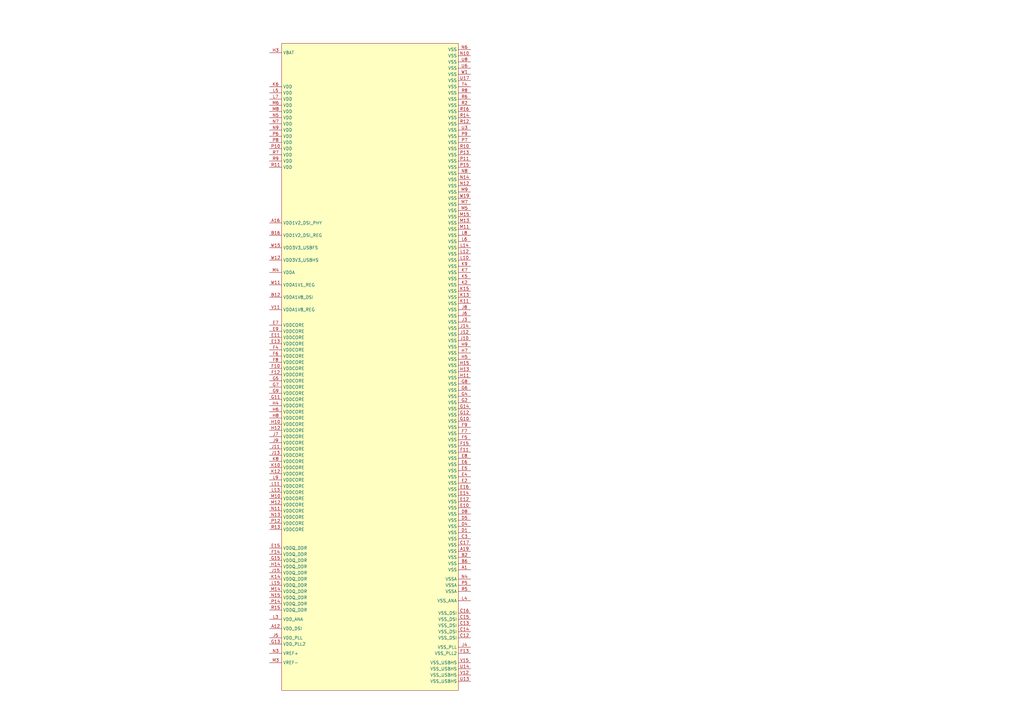
<source format=kicad_sch>
(kicad_sch (version 20250114) (generator "eeschema") (generator_version "9.0")
  (paper "A3")
  (lib_symbols
    (symbol "New_Library:STM32MP157FABx"
      (symbol "STM32MP157FABx_1_1"
        (rectangle (start -22.86 109.22) (end 49.53 -156.21) (fill (type background)))
        (pin power_in line (at -27.94 105.41 0) (length 5.08) (name "VBAT") (number "H3"))
        (pin power_in line (at -27.94 91.44 0) (length 5.08) (name "VDD") (number "K6"))
        (pin power_in line (at -27.94 88.9 0) (length 5.08) (name "VDD") (number "L5"))
        (pin power_in line (at -27.94 86.36 0) (length 5.08) (name "VDD") (number "L7"))
        (pin power_in line (at -27.94 83.82 0) (length 5.08) (name "VDD") (number "M6"))
        (pin power_in line (at -27.94 81.28 0) (length 5.08) (name "VDD") (number "M8"))
        (pin power_in line (at -27.94 78.74 0) (length 5.08) (name "VDD") (number "N5"))
        (pin power_in line (at -27.94 76.2 0) (length 5.08) (name "VDD") (number "N7"))
        (pin power_in line (at -27.94 73.66 0) (length 5.08) (name "VDD") (number "N9"))
        (pin power_in line (at -27.94 71.12 0) (length 5.08) (name "VDD") (number "P6"))
        (pin power_in line (at -27.94 68.58 0) (length 5.08) (name "VDD") (number "P8"))
        (pin power_in line (at -27.94 66.04 0) (length 5.08) (name "VDD") (number "P10"))
        (pin power_in line (at -27.94 63.5 0) (length 5.08) (name "VDD") (number "R7"))
        (pin power_in line (at -27.94 60.96 0) (length 5.08) (name "VDD") (number "R9"))
        (pin power_in line (at -27.94 58.42 0) (length 5.08) (name "VDD") (number "R11"))
        (pin power_in line (at -27.94 35.56 0) (length 5.08) (name "VDD1V2_DSI_PHY") (number "A16"))
        (pin power_in line (at -27.94 30.48 0) (length 5.08) (name "VDD1V2_DSI_REG") (number "B16"))
        (pin power_in line (at -27.94 25.4 0) (length 5.08) (name "VDD3V3_USBFS") (number "W15"))
        (pin power_in line (at -27.94 20.32 0) (length 5.08) (name "VDD3V3_USBHS") (number "W12"))
        (pin power_in line (at -27.94 15.24 0) (length 5.08) (name "VDDA") (number "M4"))
        (pin power_in line (at -27.94 10.16 0) (length 5.08) (name "VDDA1V1_REG") (number "W11"))
        (pin power_in line (at -27.94 5.08 0) (length 5.08) (name "VDDA1V8_DSI") (number "B12"))
        (pin power_in line (at -27.94 0 0) (length 5.08) (name "VDDA1V8_REG") (number "V11"))
        (pin power_in line (at -27.94 -6.35 0) (length 5.08) (name "VDDCORE") (number "E7"))
        (pin power_in line (at -27.94 -8.89 0) (length 5.08) (name "VDDCORE") (number "E9"))
        (pin power_in line (at -27.94 -11.43 0) (length 5.08) (name "VDDCORE") (number "E11"))
        (pin power_in line (at -27.94 -13.97 0) (length 5.08) (name "VDDCORE") (number "E13"))
        (pin power_in line (at -27.94 -16.51 0) (length 5.08) (name "VDDCORE") (number "F4"))
        (pin power_in line (at -27.94 -19.05 0) (length 5.08) (name "VDDCORE") (number "F6"))
        (pin power_in line (at -27.94 -21.59 0) (length 5.08) (name "VDDCORE") (number "F8"))
        (pin power_in line (at -27.94 -24.13 0) (length 5.08) (name "VDDCORE") (number "F10"))
        (pin power_in line (at -27.94 -26.67 0) (length 5.08) (name "VDDCORE") (number "F12"))
        (pin power_in line (at -27.94 -29.21 0) (length 5.08) (name "VDDCORE") (number "G5"))
        (pin power_in line (at -27.94 -31.75 0) (length 5.08) (name "VDDCORE") (number "G7"))
        (pin power_in line (at -27.94 -34.29 0) (length 5.08) (name "VDDCORE") (number "G9"))
        (pin power_in line (at -27.94 -36.83 0) (length 5.08) (name "VDDCORE") (number "G11"))
        (pin power_in line (at -27.94 -39.37 0) (length 5.08) (name "VDDCORE") (number "H4"))
        (pin power_in line (at -27.94 -41.91 0) (length 5.08) (name "VDDCORE") (number "H6"))
        (pin power_in line (at -27.94 -44.45 0) (length 5.08) (name "VDDCORE") (number "H8"))
        (pin power_in line (at -27.94 -46.99 0) (length 5.08) (name "VDDCORE") (number "H10"))
        (pin power_in line (at -27.94 -49.53 0) (length 5.08) (name "VDDCORE") (number "H12"))
        (pin power_in line (at -27.94 -52.07 0) (length 5.08) (name "VDDCORE") (number "J7"))
        (pin power_in line (at -27.94 -54.61 0) (length 5.08) (name "VDDCORE") (number "J9"))
        (pin power_in line (at -27.94 -57.15 0) (length 5.08) (name "VDDCORE") (number "J11"))
        (pin power_in line (at -27.94 -59.69 0) (length 5.08) (name "VDDCORE") (number "J13"))
        (pin power_in line (at -27.94 -62.23 0) (length 5.08) (name "VDDCORE") (number "K8"))
        (pin power_in line (at -27.94 -64.77 0) (length 5.08) (name "VDDCORE") (number "K10"))
        (pin power_in line (at -27.94 -67.31 0) (length 5.08) (name "VDDCORE") (number "K12"))
        (pin power_in line (at -27.94 -69.85 0) (length 5.08) (name "VDDCORE") (number "L9"))
        (pin power_in line (at -27.94 -72.39 0) (length 5.08) (name "VDDCORE") (number "L11"))
        (pin power_in line (at -27.94 -74.93 0) (length 5.08) (name "VDDCORE") (number "L13"))
        (pin power_in line (at -27.94 -77.47 0) (length 5.08) (name "VDDCORE") (number "M10"))
        (pin power_in line (at -27.94 -80.01 0) (length 5.08) (name "VDDCORE") (number "M12"))
        (pin power_in line (at -27.94 -82.55 0) (length 5.08) (name "VDDCORE") (number "N11"))
        (pin power_in line (at -27.94 -85.09 0) (length 5.08) (name "VDDCORE") (number "N13"))
        (pin power_in line (at -27.94 -87.63 0) (length 5.08) (name "VDDCORE") (number "P12"))
        (pin power_in line (at -27.94 -90.17 0) (length 5.08) (name "VDDCORE") (number "R13"))
        (pin power_in line (at -27.94 -97.79 0) (length 5.08) (name "VDDQ_DDR") (number "E15"))
        (pin power_in line (at -27.94 -100.33 0) (length 5.08) (name "VDDQ_DDR") (number "F14"))
        (pin power_in line (at -27.94 -102.87 0) (length 5.08) (name "VDDQ_DDR") (number "G15"))
        (pin power_in line (at -27.94 -105.41 0) (length 5.08) (name "VDDQ_DDR") (number "H14"))
        (pin power_in line (at -27.94 -107.95 0) (length 5.08) (name "VDDQ_DDR") (number "J15"))
        (pin power_in line (at -27.94 -110.49 0) (length 5.08) (name "VDDQ_DDR") (number "K14"))
        (pin power_in line (at -27.94 -113.03 0) (length 5.08) (name "VDDQ_DDR") (number "L15"))
        (pin power_in line (at -27.94 -115.57 0) (length 5.08) (name "VDDQ_DDR") (number "M14"))
        (pin power_in line (at -27.94 -118.11 0) (length 5.08) (name "VDDQ_DDR") (number "N15"))
        (pin power_in line (at -27.94 -120.65 0) (length 5.08) (name "VDDQ_DDR") (number "P14"))
        (pin power_in line (at -27.94 -123.19 0) (length 5.08) (name "VDDQ_DDR") (number "R15"))
        (pin power_in line (at -27.94 -127 0) (length 5.08) (name "VDD_ANA") (number "L3"))
        (pin power_in line (at -27.94 -130.81 0) (length 5.08) (name "VDD_DSI") (number "A12"))
        (pin power_in line (at -27.94 -134.62 0) (length 5.08) (name "VDD_PLL") (number "J5"))
        (pin power_in line (at -27.94 -137.16 0) (length 5.08) (name "VDD_PLL2") (number "G13"))
        (pin input line (at -27.94 -140.97 0) (length 5.08) (name "VREF+") (number "N3"))
        (pin input line (at -27.94 -144.78 0) (length 5.08) (name "VREF-") (number "M3"))
        (pin passive line (at 54.61 106.68 180) (length 5.08) (name "VSS") (number "N6"))
        (pin passive line (at 54.61 104.14 180) (length 5.08) (name "VSS") (number "N10"))
        (pin passive line (at 54.61 101.6 180) (length 5.08) (name "VSS") (number "U8"))
        (pin passive line (at 54.61 99.06 180) (length 5.08) (name "VSS") (number "U6"))
        (pin passive line (at 54.61 96.52 180) (length 5.08) (name "VSS") (number "W1"))
        (pin passive line (at 54.61 93.98 180) (length 5.08) (name "VSS") (number "U17"))
        (pin passive line (at 54.61 91.44 180) (length 5.08) (name "VSS") (number "T4"))
        (pin passive line (at 54.61 88.9 180) (length 5.08) (name "VSS") (number "R8"))
        (pin passive line (at 54.61 86.36 180) (length 5.08) (name "VSS") (number "R6"))
        (pin passive line (at 54.61 83.82 180) (length 5.08) (name "VSS") (number "R2"))
        (pin passive line (at 54.61 81.28 180) (length 5.08) (name "VSS") (number "R16"))
        (pin passive line (at 54.61 78.74 180) (length 5.08) (name "VSS") (number "R14"))
        (pin passive line (at 54.61 76.2 180) (length 5.08) (name "VSS") (number "R12"))
        (pin passive line (at 54.61 73.66 180) (length 5.08) (name "VSS") (number "U3"))
        (pin passive line (at 54.61 71.12 180) (length 5.08) (name "VSS") (number "P9"))
        (pin passive line (at 54.61 68.58 180) (length 5.08) (name "VSS") (number "P7"))
        (pin passive line (at 54.61 66.04 180) (length 5.08) (name "VSS") (number "R10"))
        (pin passive line (at 54.61 63.5 180) (length 5.08) (name "VSS") (number "P13"))
        (pin passive line (at 54.61 60.96 180) (length 5.08) (name "VSS") (number "P11"))
        (pin passive line (at 54.61 58.42 180) (length 5.08) (name "VSS") (number "P15"))
        (pin passive line (at 54.61 55.88 180) (length 5.08) (name "VSS") (number "N8"))
        (pin passive line (at 54.61 53.34 180) (length 5.08) (name "VSS") (number "N14"))
        (pin passive line (at 54.61 50.8 180) (length 5.08) (name "VSS") (number "N12"))
        (pin passive line (at 54.61 48.26 180) (length 5.08) (name "VSS") (number "M9"))
        (pin passive line (at 54.61 45.72 180) (length 5.08) (name "VSS") (number "W19"))
        (pin passive line (at 54.61 43.18 180) (length 5.08) (name "VSS") (number "M7"))
        (pin passive line (at 54.61 40.64 180) (length 5.08) (name "VSS") (number "M5"))
        (pin passive line (at 54.61 38.1 180) (length 5.08) (name "VSS") (number "M15"))
        (pin passive line (at 54.61 35.56 180) (length 5.08) (name "VSS") (number "M13"))
        (pin passive line (at 54.61 33.02 180) (length 5.08) (name "VSS") (number "M11"))
        (pin passive line (at 54.61 30.48 180) (length 5.08) (name "VSS") (number "L8"))
        (pin passive line (at 54.61 27.94 180) (length 5.08) (name "VSS") (number "L6"))
        (pin passive line (at 54.61 25.4 180) (length 5.08) (name "VSS") (number "L14"))
        (pin passive line (at 54.61 22.86 180) (length 5.08) (name "VSS") (number "L12"))
        (pin passive line (at 54.61 20.32 180) (length 5.08) (name "VSS") (number "L10"))
        (pin passive line (at 54.61 17.78 180) (length 5.08) (name "VSS") (number "K9"))
        (pin passive line (at 54.61 15.24 180) (length 5.08) (name "VSS") (number "K7"))
        (pin passive line (at 54.61 12.7 180) (length 5.08) (name "VSS") (number "K5"))
        (pin passive line (at 54.61 10.16 180) (length 5.08) (name "VSS") (number "K2"))
        (pin passive line (at 54.61 7.62 180) (length 5.08) (name "VSS") (number "K15"))
        (pin passive line (at 54.61 5.08 180) (length 5.08) (name "VSS") (number "K13"))
        (pin passive line (at 54.61 2.54 180) (length 5.08) (name "VSS") (number "K11"))
        (pin passive line (at 54.61 0 180) (length 5.08) (name "VSS") (number "J8"))
        (pin passive line (at 54.61 -2.54 180) (length 5.08) (name "VSS") (number "J6"))
        (pin passive line (at 54.61 -5.08 180) (length 5.08) (name "VSS") (number "J3"))
        (pin passive line (at 54.61 -7.62 180) (length 5.08) (name "VSS") (number "J14"))
        (pin passive line (at 54.61 -10.16 180) (length 5.08) (name "VSS") (number "J12"))
        (pin passive line (at 54.61 -12.7 180) (length 5.08) (name "VSS") (number "J10"))
        (pin passive line (at 54.61 -15.24 180) (length 5.08) (name "VSS") (number "H9"))
        (pin passive line (at 54.61 -17.78 180) (length 5.08) (name "VSS") (number "H7"))
        (pin passive line (at 54.61 -20.32 180) (length 5.08) (name "VSS") (number "H5"))
        (pin passive line (at 54.61 -22.86 180) (length 5.08) (name "VSS") (number "H15"))
        (pin passive line (at 54.61 -25.4 180) (length 5.08) (name "VSS") (number "H13"))
        (pin passive line (at 54.61 -27.94 180) (length 5.08) (name "VSS") (number "H11"))
        (pin passive line (at 54.61 -30.48 180) (length 5.08) (name "VSS") (number "G8"))
        (pin passive line (at 54.61 -33.02 180) (length 5.08) (name "VSS") (number "G6"))
        (pin passive line (at 54.61 -35.56 180) (length 5.08) (name "VSS") (number "G4"))
        (pin passive line (at 54.61 -38.1 180) (length 5.08) (name "VSS") (number "G2"))
        (pin passive line (at 54.61 -40.64 180) (length 5.08) (name "VSS") (number "G14"))
        (pin passive line (at 54.61 -43.18 180) (length 5.08) (name "VSS") (number "G12"))
        (pin passive line (at 54.61 -45.72 180) (length 5.08) (name "VSS") (number "G10"))
        (pin passive line (at 54.61 -48.26 180) (length 5.08) (name "VSS") (number "F9"))
        (pin passive line (at 54.61 -50.8 180) (length 5.08) (name "VSS") (number "F7"))
        (pin passive line (at 54.61 -53.34 180) (length 5.08) (name "VSS") (number "F5"))
        (pin passive line (at 54.61 -55.88 180) (length 5.08) (name "VSS") (number "F15"))
        (pin passive line (at 54.61 -58.42 180) (length 5.08) (name "VSS") (number "F11"))
        (pin passive line (at 54.61 -60.96 180) (length 5.08) (name "VSS") (number "E8"))
        (pin passive line (at 54.61 -63.5 180) (length 5.08) (name "VSS") (number "E6"))
        (pin passive line (at 54.61 -66.04 180) (length 5.08) (name "VSS") (number "E5"))
        (pin passive line (at 54.61 -68.58 180) (length 5.08) (name "VSS") (number "E4"))
        (pin passive line (at 54.61 -71.12 180) (length 5.08) (name "VSS") (number "E2"))
        (pin passive line (at 54.61 -73.66 180) (length 5.08) (name "VSS") (number "E16"))
        (pin passive line (at 54.61 -76.2 180) (length 5.08) (name "VSS") (number "E14"))
        (pin passive line (at 54.61 -78.74 180) (length 5.08) (name "VSS") (number "E12"))
        (pin passive line (at 54.61 -81.28 180) (length 5.08) (name "VSS") (number "E10"))
        (pin passive line (at 54.61 -83.82 180) (length 5.08) (name "VSS") (number "D8"))
        (pin passive line (at 54.61 -86.36 180) (length 5.08) (name "VSS") (number "D5"))
        (pin passive line (at 54.61 -88.9 180) (length 5.08) (name "VSS") (number "D4"))
        (pin passive line (at 54.61 -91.44 180) (length 5.08) (name "VSS") (number "D1"))
        (pin passive line (at 54.61 -93.98 180) (length 5.08) (name "VSS") (number "C3"))
        (pin passive line (at 54.61 -96.52 180) (length 5.08) (name "VSS") (number "C17"))
        (pin passive line (at 54.61 -99.06 180) (length 5.08) (name "VSS") (number "A19"))
        (pin passive line (at 54.61 -101.6 180) (length 5.08) (name "VSS") (number "B2"))
        (pin passive line (at 54.61 -104.14 180) (length 5.08) (name "VSS") (number "B6"))
        (pin power_in line (at 54.61 -106.68 180) (length 5.08) (name "VSS") (number "A1"))
        (pin power_in line (at 54.61 -110.49 180) (length 5.08) (name "VSSA") (number "N4"))
        (pin passive line (at 54.61 -113.03 180) (length 5.08) (name "VSSA") (number "P5"))
        (pin passive line (at 54.61 -115.57 180) (length 5.08) (name "VSSA") (number "R5"))
        (pin power_in line (at 54.61 -119.38 180) (length 5.08) (name "VSS_ANA") (number "L4"))
        (pin passive line (at 54.61 -124.46 180) (length 5.08) (name "VSS_DSI") (number "C16"))
        (pin passive line (at 54.61 -127 180) (length 5.08) (name "VSS_DSI") (number "C15"))
        (pin passive line (at 54.61 -129.54 180) (length 5.08) (name "VSS_DSI") (number "C13"))
        (pin passive line (at 54.61 -132.08 180) (length 5.08) (name "VSS_DSI") (number "C14"))
        (pin power_in line (at 54.61 -134.62 180) (length 5.08) (name "VSS_DSI") (number "C12"))
        (pin power_in line (at 54.61 -138.43 180) (length 5.08) (name "VSS_PLL") (number "J4"))
        (pin power_in line (at 54.61 -140.97 180) (length 5.08) (name "VSS_PLL2") (number "F13"))
        (pin passive line (at 54.61 -144.78 180) (length 5.08) (name "VSS_USBHS") (number "V15"))
        (pin passive line (at 54.61 -147.32 180) (length 5.08) (name "VSS_USBHS") (number "U14"))
        (pin passive line (at 54.61 -149.86 180) (length 5.08) (name "VSS_USBHS") (number "V12"))
        (pin power_in line (at 54.61 -152.4 180) (length 5.08) (name "VSS_USBHS") (number "U13"))
      )
      (symbol "STM32MP157FABx_2_1"
        (rectangle (start -8.89 46.99) (end 63.5 -52.07) (fill (type background)))
        (pin bidirectional line (at -13.97 39.37 0) (length 5.08) (name "DDR_BA0") (number "G19"))
        (pin bidirectional line (at -13.97 36.83 0) (length 5.08) (name "DDR_BA1") (number "N17"))
        (pin bidirectional line (at -13.97 34.29 0) (length 5.08) (name "DDR_BA2") (number "J16"))
        (pin bidirectional line (at -13.97 30.48 0) (length 5.08) (name "DDR_DQM0") (number "C18"))
        (pin bidirectional line (at -13.97 27.94 0) (length 5.08) (name "DDR_DQM1") (number "U18"))
        (pin bidirectional line (at -13.97 19.05 0) (length 5.08) (name "DDR_DQS0N") (number "B19"))
        (pin bidirectional line (at -13.97 16.51 0) (length 5.08) (name "DDR_DQS0P") (number "C19"))
        (pin bidirectional line (at -13.97 13.97 0) (length 5.08) (name "DDR_DQS1N") (number "T19"))
        (pin bidirectional line (at -13.97 11.43 0) (length 5.08) (name "DDR_DQS1P") (number "U19"))
        (pin bidirectional line (at -13.97 5.08 0) (length 5.08) (name "DDR_DQ0") (number "A17"))
        (pin bidirectional line (at -13.97 2.54 0) (length 5.08) (name "DDR_DQ1") (number "A18"))
        (pin bidirectional line (at -13.97 0 0) (length 5.08) (name "DDR_DQ2") (number "D18"))
        (pin bidirectional line (at -13.97 -2.54 0) (length 5.08) (name "DDR_DQ3") (number "B17"))
        (pin bidirectional line (at -13.97 -5.08 0) (length 5.08) (name "DDR_DQ4") (number "E18"))
        (pin bidirectional line (at -13.97 -7.62 0) (length 5.08) (name "DDR_DQ5") (number "D17"))
        (pin bidirectional line (at -13.97 -10.16 0) (length 5.08) (name "DDR_DQ6") (number "D19"))
        (pin bidirectional line (at -13.97 -12.7 0) (length 5.08) (name "DDR_DQ7") (number "B18"))
        (pin bidirectional line (at -13.97 -15.24 0) (length 5.08) (name "DDR_DQ8") (number "P18"))
        (pin bidirectional line (at -13.97 -17.78 0) (length 5.08) (name "DDR_DQ9") (number "T17"))
        (pin bidirectional line (at -13.97 -20.32 0) (length 5.08) (name "DDR_DQ10") (number "R18"))
        (pin bidirectional line (at -13.97 -22.86 0) (length 5.08) (name "DDR_DQ11") (number "V19"))
        (pin bidirectional line (at -13.97 -25.4 0) (length 5.08) (name "DDR_DQ12") (number "W18"))
        (pin bidirectional line (at -13.97 -27.94 0) (length 5.08) (name "DDR_DQ13") (number "T18"))
        (pin bidirectional line (at -13.97 -30.48 0) (length 5.08) (name "DDR_DQ14") (number "V18"))
        (pin bidirectional line (at -13.97 -33.02 0) (length 5.08) (name "DDR_DQ15") (number "W17"))
        (pin bidirectional line (at 68.58 39.37 180) (length 5.08) (name "DDR_CLKP") (number "L19"))
        (pin bidirectional line (at 68.58 36.83 180) (length 5.08) (name "DDR_CLKN") (number "K19"))
        (pin bidirectional line (at 68.58 30.48 180) (length 5.08) (name "DDR_A0") (number "H18"))
        (pin bidirectional line (at 68.58 27.94 180) (length 5.08) (name "DDR_A1") (number "M17"))
        (pin bidirectional line (at 68.58 25.4 180) (length 5.08) (name "DDR_A2") (number "G18"))
        (pin bidirectional line (at 68.58 22.86 180) (length 5.08) (name "DDR_A3") (number "F19"))
        (pin bidirectional line (at 68.58 20.32 180) (length 5.08) (name "DDR_A4") (number "P17"))
        (pin bidirectional line (at 68.58 17.78 180) (length 5.08) (name "DDR_A5") (number "H17"))
        (pin bidirectional line (at 68.58 15.24 180) (length 5.08) (name "DDR_A6") (number "N16"))
        (pin bidirectional line (at 68.58 12.7 180) (length 5.08) (name "DDR_A7") (number "E17"))
        (pin bidirectional line (at 68.58 10.16 180) (length 5.08) (name "DDR_A8") (number "R17"))
        (pin bidirectional line (at 68.58 7.62 180) (length 5.08) (name "DDR_A9") (number "G17"))
        (pin bidirectional line (at 68.58 5.08 180) (length 5.08) (name "DDR_A10") (number "M19"))
        (pin bidirectional line (at 68.58 2.54 180) (length 5.08) (name "DDR_A11") (number "M18"))
        (pin bidirectional line (at 68.58 0 180) (length 5.08) (name "DDR_A12") (number "L17"))
        (pin bidirectional line (at 68.58 -2.54 180) (length 5.08) (name "DDR_A13") (number "F17"))
        (pin bidirectional line (at 68.58 -5.08 180) (length 5.08) (name "DDR_A14") (number "N18"))
        (pin bidirectional line (at 68.58 -7.62 180) (length 5.08) (name "DDR_A15") (number "L16"))
        (pin bidirectional line (at 68.58 -12.7 180) (length 5.08) (name "DDR_RASN") (number "L18"))
        (pin bidirectional line (at 68.58 -15.24 180) (length 5.08) (name "DDR_CASN") (number "K17"))
        (pin bidirectional line (at 68.58 -17.78 180) (length 5.08) (name "DDR_CSN") (number "J18"))
        (pin bidirectional line (at 68.58 -20.32 180) (length 5.08) (name "DDR_CKE") (number "P19"))
        (pin bidirectional line (at 68.58 -22.86 180) (length 5.08) (name "DDR_WEN") (number "J17"))
        (pin bidirectional line (at 68.58 -25.4 180) (length 5.08) (name "DDR_ODT") (number "H19"))
        (pin bidirectional line (at 68.58 -31.75 180) (length 5.08) (name "DDR_RESETN") (number "G16"))
        (pin bidirectional line (at 68.58 -35.56 180) (length 5.08) (name "DDR_VREF") (number "W16"))
        (pin bidirectional line (at 68.58 -39.37 180) (length 5.08) (name "DDR_ZQ") (number "F18"))
        (pin bidirectional line (at 68.58 -43.18 180) (length 5.08) (name "DDR_ATO") (number "N19"))
        (pin bidirectional line (at 68.58 -45.72 180) (length 5.08) (name "DDR_DTO1") (number "J19"))
        (pin bidirectional line (at 68.58 -48.26 180) (length 5.08) (name "DDR_DTO0") (number "K18"))
      )
      (symbol "STM32MP157FABx_3_1"
        (rectangle (start -12.7 43.18) (end 34.29 -46.99) (fill (type background)))
        (pin bidirectional line (at -17.78 39.37 0) (length 5.08) (name "PA0") (number "R3"))
        (pin bidirectional line (at -17.78 36.83 0) (length 5.08) (name "PA1") (number "U4"))
        (pin bidirectional line (at -17.78 34.29 0) (length 5.08) (name "PA2") (number "W2"))
        (pin bidirectional line (at -17.78 31.75 0) (length 5.08) (name "PA3") (number "P3"))
        (pin bidirectional line (at -17.78 29.21 0) (length 5.08) (name "PA4") (number "R4"))
        (pin bidirectional line (at -17.78 26.67 0) (length 5.08) (name "PA5") (number "P4"))
        (pin bidirectional line (at -17.78 24.13 0) (length 5.08) (name "PA6") (number "T5"))
        (pin bidirectional line (at -17.78 21.59 0) (length 5.08) (name "PA7") (number "T6"))
        (pin bidirectional line (at -17.78 19.05 0) (length 5.08) (name "PA8") (number "B8"))
        (pin bidirectional line (at -17.78 16.51 0) (length 5.08) (name "PA9") (number "C8"))
        (pin bidirectional line (at -17.78 13.97 0) (length 5.08) (name "PA10") (number "T16"))
        (pin bidirectional line (at -17.78 11.43 0) (length 5.08) (name "PA11") (number "V17"))
        (pin bidirectional line (at -17.78 8.89 0) (length 5.08) (name "PA12") (number "U16"))
        (pin bidirectional line (at -17.78 6.35 0) (length 5.08) (name "PA13") (number "P2"))
        (pin bidirectional line (at -17.78 3.81 0) (length 5.08) (name "PA14") (number "R1"))
        (pin bidirectional line (at -17.78 1.27 0) (length 5.08) (name "PA15") (number "C7"))
        (pin bidirectional line (at -17.78 -3.81 0) (length 5.08) (name "PB0") (number "W3"))
        (pin bidirectional line (at -17.78 -6.35 0) (length 5.08) (name "PB1") (number "V3"))
        (pin bidirectional line (at -17.78 -8.89 0) (length 5.08) (name "PB2") (number "T13"))
        (pin bidirectional line (at -17.78 -11.43 0) (length 5.08) (name "PB3") (number "A7"))
        (pin bidirectional line (at -17.78 -13.97 0) (length 5.08) (name "PB4") (number "B9"))
        (pin bidirectional line (at -17.78 -16.51 0) (length 5.08) (name "PB5") (number "T8"))
        (pin bidirectional line (at -17.78 -19.05 0) (length 5.08) (name "PB6") (number "T12"))
        (pin bidirectional line (at -17.78 -21.59 0) (length 5.08) (name "PB7") (number "B5"))
        (pin bidirectional line (at -17.78 -24.13 0) (length 5.08) (name "PB8") (number "W6"))
        (pin bidirectional line (at -17.78 -26.67 0) (length 5.08) (name "PB9") (number "D9"))
        (pin bidirectional line (at -17.78 -29.21 0) (length 5.08) (name "PB10") (number "W5"))
        (pin bidirectional line (at -17.78 -31.75 0) (length 5.08) (name "PB11") (number "V1"))
        (pin bidirectional line (at -17.78 -34.29 0) (length 5.08) (name "PB12") (number "V5"))
        (pin bidirectional line (at -17.78 -36.83 0) (length 5.08) (name "PB13") (number "T9"))
        (pin bidirectional line (at -17.78 -39.37 0) (length 5.08) (name "PB14") (number "C9"))
        (pin bidirectional line (at -17.78 -41.91 0) (length 5.08) (name "PB15") (number "A8"))
        (pin bidirectional line (at 39.37 39.37 180) (length 5.08) (name "PC0") (number "T7"))
        (pin bidirectional line (at 39.37 36.83 180) (length 5.08) (name "PC1") (number "V2"))
        (pin bidirectional line (at 39.37 34.29 180) (length 5.08) (name "PC2") (number "T2"))
        (pin bidirectional line (at 39.37 31.75 180) (length 5.08) (name "PC3") (number "T3"))
        (pin bidirectional line (at 39.37 29.21 180) (length 5.08) (name "PC4") (number "W4"))
        (pin bidirectional line (at 39.37 26.67 180) (length 5.08) (name "PC5") (number "V4"))
        (pin bidirectional line (at 39.37 24.13 180) (length 5.08) (name "PC6") (number "D10"))
        (pin bidirectional line (at 39.37 21.59 180) (length 5.08) (name "PC7") (number "A9"))
        (pin bidirectional line (at 39.37 19.05 180) (length 5.08) (name "PC8") (number "C11"))
        (pin bidirectional line (at 39.37 16.51 180) (length 5.08) (name "PC9") (number "A10"))
        (pin bidirectional line (at 39.37 13.97 180) (length 5.08) (name "PC10") (number "D11"))
        (pin bidirectional line (at 39.37 11.43 180) (length 5.08) (name "PC11") (number "A11"))
        (pin bidirectional line (at 39.37 8.89 180) (length 5.08) (name "PC12") (number "C10"))
        (pin bidirectional line (at 39.37 6.35 180) (length 5.08) (name "PC13") (number "K3"))
        (pin bidirectional line (at 39.37 3.81 180) (length 5.08) (name "PC14") (number "H1"))
        (pin bidirectional line (at 39.37 1.27 180) (length 5.08) (name "PC15") (number "H2"))
        (pin bidirectional line (at 39.37 -3.81 180) (length 5.08) (name "PD0") (number "A3"))
        (pin bidirectional line (at 39.37 -6.35 180) (length 5.08) (name "PD1") (number "A4"))
        (pin bidirectional line (at 39.37 -8.89 180) (length 5.08) (name "PD2") (number "B10"))
        (pin bidirectional line (at 39.37 -11.43 180) (length 5.08) (name "PD3") (number "C6"))
        (pin bidirectional line (at 39.37 -13.97 180) (length 5.08) (name "PD4") (number "D6"))
        (pin bidirectional line (at 39.37 -16.51 180) (length 5.08) (name "PD5") (number "D7"))
        (pin bidirectional line (at 39.37 -19.05 180) (length 5.08) (name "PD6") (number "E3"))
        (pin bidirectional line (at 39.37 -21.59 180) (length 5.08) (name "PD7") (number "B4"))
        (pin bidirectional line (at 39.37 -24.13 180) (length 5.08) (name "PD8") (number "F2"))
        (pin bidirectional line (at 39.37 -26.67 180) (length 5.08) (name "PD9") (number "G3"))
        (pin bidirectional line (at 39.37 -29.21 180) (length 5.08) (name "PD10") (number "C5"))
        (pin bidirectional line (at 39.37 -31.75 180) (length 5.08) (name "PD11") (number "V8"))
        (pin bidirectional line (at 39.37 -34.29 180) (length 5.08) (name "PD12") (number "U11"))
        (pin bidirectional line (at 39.37 -36.83 180) (length 5.08) (name "PD13") (number "U12"))
        (pin bidirectional line (at 39.37 -39.37 180) (length 5.08) (name "PD14") (number "F3"))
        (pin bidirectional line (at 39.37 -41.91 180) (length 5.08) (name "PD15") (number "G1"))
      )
      (symbol "STM32MP157FABx_4_1"
        (rectangle (start 10.16 44.45) (end 44.45 -1.27) (fill (type background)))
        (pin bidirectional line (at 5.08 41.91 0) (length 5.08) (name "PE0") (number "C4"))
        (pin bidirectional line (at 5.08 39.37 0) (length 5.08) (name "PE1") (number "B1"))
        (pin bidirectional line (at 5.08 36.83 0) (length 5.08) (name "PE2") (number "T1"))
        (pin bidirectional line (at 5.08 34.29 0) (length 5.08) (name "PE3") (number "A5"))
        (pin bidirectional line (at 5.08 31.75 0) (length 5.08) (name "PE4") (number "B11"))
        (pin bidirectional line (at 5.08 29.21 0) (length 5.08) (name "PE5") (number "B7"))
        (pin bidirectional line (at 5.08 26.67 0) (length 5.08) (name "PE6") (number "B3"))
        (pin bidirectional line (at 5.08 24.13 0) (length 5.08) (name "PE7") (number "T10"))
        (pin bidirectional line (at 5.08 21.59 0) (length 5.08) (name "PE8") (number "T11"))
        (pin bidirectional line (at 5.08 19.05 0) (length 5.08) (name "PE9") (number "W7"))
        (pin bidirectional line (at 5.08 16.51 0) (length 5.08) (name "PE10") (number "V10"))
        (pin bidirectional line (at 5.08 13.97 0) (length 5.08) (name "PE11") (number "C1"))
        (pin bidirectional line (at 5.08 11.43 0) (length 5.08) (name "PE12") (number "D2"))
        (pin bidirectional line (at 5.08 8.89 0) (length 5.08) (name "PE13") (number "C2"))
        (pin bidirectional line (at 5.08 6.35 0) (length 5.08) (name "PE14") (number "D3"))
        (pin bidirectional line (at 5.08 3.81 0) (length 5.08) (name "PE15") (number "E1"))
        (pin bidirectional line (at 49.53 41.91 180) (length 5.08) (name "PF6") (number "V9"))
        (pin bidirectional line (at 49.53 39.37 180) (length 5.08) (name "PF7") (number "W8"))
        (pin bidirectional line (at 49.53 36.83 180) (length 5.08) (name "PF8") (number "U10"))
        (pin bidirectional line (at 49.53 34.29 180) (length 5.08) (name "PF9") (number "W9"))
        (pin bidirectional line (at 49.53 31.75 180) (length 5.08) (name "PF10") (number "U9"))
        (pin bidirectional line (at 49.53 29.21 180) (length 5.08) (name "PF11") (number "U5"))
        (pin bidirectional line (at 49.53 24.13 180) (length 5.08) (name "PG6") (number "A6"))
        (pin bidirectional line (at 49.53 21.59 180) (length 5.08) (name "PG7") (number "W10"))
        (pin bidirectional line (at 49.53 19.05 180) (length 5.08) (name "PG8") (number "U7"))
        (pin bidirectional line (at 49.53 16.51 180) (length 5.08) (name "PG9") (number "T14"))
        (pin bidirectional line (at 49.53 13.97 180) (length 5.08) (name "PG10") (number "V7"))
        (pin bidirectional line (at 49.53 11.43 180) (length 5.08) (name "PG11") (number "V6"))
        (pin bidirectional line (at 49.53 8.89 180) (length 5.08) (name "PG12") (number "F1"))
        (pin bidirectional line (at 49.53 6.35 180) (length 5.08) (name "PG13") (number "U2"))
        (pin bidirectional line (at 49.53 3.81 180) (length 5.08) (name "PG14") (number "U1"))
        (pin bidirectional line (at 49.53 1.27 180) (length 5.08) (name "PG15") (number "A2"))
      )
      (symbol "STM32MP157FABx_5_1"
        (rectangle (start -16.51 11.43) (end 12.7 -24.13) (fill (type background)))
        (pin input line (at -21.59 7.62 0) (length 5.08) (name "BOOT0") (number "K1"))
        (pin input line (at -21.59 5.08 0) (length 5.08) (name "BOOT1") (number "K4"))
        (pin input line (at -21.59 2.54 0) (length 5.08) (name "BOOT2") (number "L2"))
        (pin output line (at -21.59 -1.27 0) (length 5.08) (name "PWR_LP") (number "P1"))
        (pin output line (at -21.59 -3.81 0) (length 5.08) (name "PWR_ON") (number "L1"))
        (pin input line (at -21.59 -8.89 0) (length 5.08) (name "NRST") (number "J1"))
        (pin input line (at -21.59 -11.43 0) (length 5.08) (name "NRST_CORE") (number "J2"))
        (pin bidirectional line (at -21.59 -15.24 0) (length 5.08) (name "BYPASS_REG1V8") (number "T15"))
        (pin bidirectional line (at -21.59 -17.78 0) (length 5.08) (name "PDR_ON") (number "N2"))
        (pin bidirectional line (at -21.59 -20.32 0) (length 5.08) (name "PDR_ON_CORE") (number "N1"))
        (pin bidirectional line (at 17.78 7.62 180) (length 5.08) (name "PH0") (number "M1"))
        (pin bidirectional line (at 17.78 5.08 180) (length 5.08) (name "PH1") (number "M2"))
        (pin bidirectional line (at 17.78 -1.27 180) (length 5.08) (name "NJTRST") (number "D12"))
        (pin bidirectional line (at 17.78 -3.81 180) (length 5.08) (name "JTMS") (number "D15"))
        (pin bidirectional line (at 17.78 -6.35 180) (length 5.08) (name "JTDO") (number "D14"))
        (pin bidirectional line (at 17.78 -8.89 180) (length 5.08) (name "JTDI") (number "D13"))
        (pin bidirectional line (at 17.78 -11.43 180) (length 5.08) (name "JTCK") (number "D16"))
      )
      (symbol "STM32MP157FABx_6_1"
        (rectangle (start 1.27 19.05) (end 39.37 1.27) (fill (type background)))
        (pin bidirectional line (at -3.81 16.51 0) (length 5.08) (name "OTG_VBUS") (number "U15"))
        (pin bidirectional line (at -3.81 13.97 0) (length 5.08) (name "USB_DM1") (number "W14"))
        (pin bidirectional line (at -3.81 11.43 0) (length 5.08) (name "USB_DM2") (number "V13"))
        (pin bidirectional line (at -3.81 8.89 0) (length 5.08) (name "USB_DP1") (number "V14"))
        (pin bidirectional line (at -3.81 6.35 0) (length 5.08) (name "USB_DP2") (number "W13"))
        (pin bidirectional line (at -3.81 3.81 0) (length 5.08) (name "USB_RREF") (number "V16"))
        (pin bidirectional line (at 44.45 16.51 180) (length 5.08) (name "DSIHOST_CKN") (number "A14"))
        (pin bidirectional line (at 44.45 13.97 180) (length 5.08) (name "DSIHOST_CKP") (number "B14"))
        (pin bidirectional line (at 44.45 11.43 180) (length 5.08) (name "DSIHOST_D0N") (number "A13"))
        (pin bidirectional line (at 44.45 8.89 180) (length 5.08) (name "DSIHOST_D0P") (number "B13"))
        (pin bidirectional line (at 44.45 6.35 180) (length 5.08) (name "DSIHOST_D1N") (number "A15"))
        (pin bidirectional line (at 44.45 3.81 180) (length 5.08) (name "DSIHOST_D1P") (number "B15"))
      )
    )
  )
  (symbol (lib_id "New_Library:STM32MP157FABx") (at 138.43 127 0) (unit 1)
    (property "Reference" "U2" (effects (hide yes)))
    (property "Value" "STM32MP157FABx" (effects (hide yes)))
    (property "Footprint" "Package_BGA:ST_LFBGA-354_16x16mm_Layout19x19_P0.8mm" (effects (hide yes)))
    (property "Datasheet" "https://www.st.com/resource/en/datasheet/stm32mp157f.pdf" (effects (hide yes)))
    (property "Description" "STMicroelectronics Arm Cortex-A7 MCU, 0KB flash, 708KB RAM, 98 GPIO, LFBGA354" (effects (hide yes)))
  )
)
</source>
